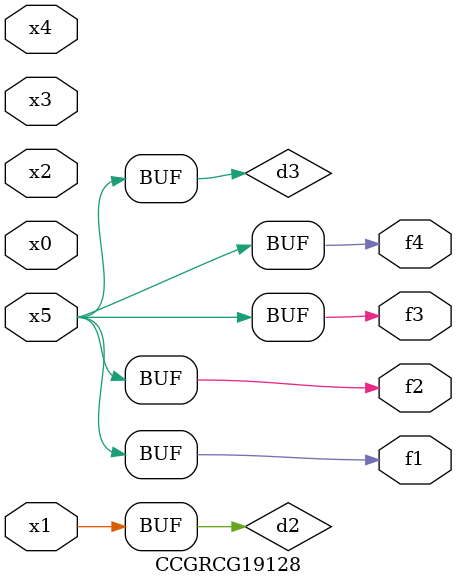
<source format=v>
module CCGRCG19128(
	input x0, x1, x2, x3, x4, x5,
	output f1, f2, f3, f4
);

	wire d1, d2, d3;

	not (d1, x5);
	or (d2, x1);
	xnor (d3, d1);
	assign f1 = d3;
	assign f2 = d3;
	assign f3 = d3;
	assign f4 = d3;
endmodule

</source>
